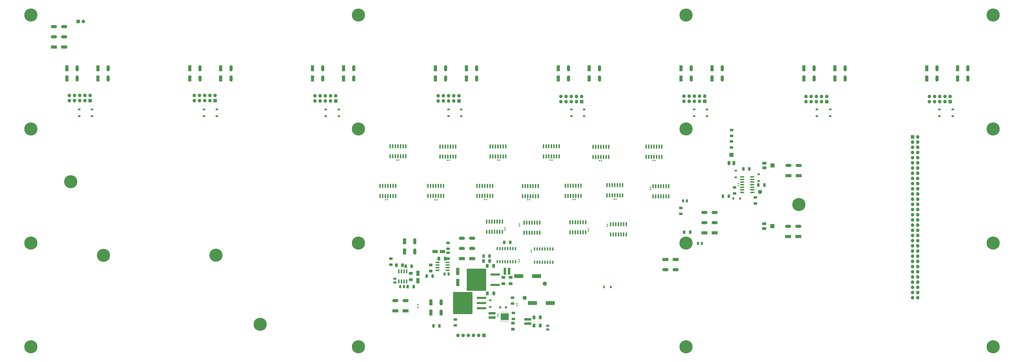
<source format=gbr>
%TF.GenerationSoftware,KiCad,Pcbnew,7.0.8*%
%TF.CreationDate,2023-11-16T11:59:51+01:00*%
%TF.ProjectId,main-board-rev1,6d61696e-2d62-46f6-9172-642d72657631,rev?*%
%TF.SameCoordinates,Original*%
%TF.FileFunction,Soldermask,Top*%
%TF.FilePolarity,Negative*%
%FSLAX46Y46*%
G04 Gerber Fmt 4.6, Leading zero omitted, Abs format (unit mm)*
G04 Created by KiCad (PCBNEW 7.0.8) date 2023-11-16 11:59:51*
%MOMM*%
%LPD*%
G01*
G04 APERTURE LIST*
G04 Aperture macros list*
%AMRoundRect*
0 Rectangle with rounded corners*
0 $1 Rounding radius*
0 $2 $3 $4 $5 $6 $7 $8 $9 X,Y pos of 4 corners*
0 Add a 4 corners polygon primitive as box body*
4,1,4,$2,$3,$4,$5,$6,$7,$8,$9,$2,$3,0*
0 Add four circle primitives for the rounded corners*
1,1,$1+$1,$2,$3*
1,1,$1+$1,$4,$5*
1,1,$1+$1,$6,$7*
1,1,$1+$1,$8,$9*
0 Add four rect primitives between the rounded corners*
20,1,$1+$1,$2,$3,$4,$5,0*
20,1,$1+$1,$4,$5,$6,$7,0*
20,1,$1+$1,$6,$7,$8,$9,0*
20,1,$1+$1,$8,$9,$2,$3,0*%
G04 Aperture macros list end*
%ADD10RoundRect,0.150000X0.150000X-0.825000X0.150000X0.825000X-0.150000X0.825000X-0.150000X-0.825000X0*%
%ADD11RoundRect,0.150000X-0.150000X0.825000X-0.150000X-0.825000X0.150000X-0.825000X0.150000X0.825000X0*%
%ADD12C,0.800000*%
%ADD13C,6.400000*%
%ADD14RoundRect,0.140000X0.140000X0.170000X-0.140000X0.170000X-0.140000X-0.170000X0.140000X-0.170000X0*%
%ADD15RoundRect,0.225000X0.375000X-0.225000X0.375000X0.225000X-0.375000X0.225000X-0.375000X-0.225000X0*%
%ADD16RoundRect,0.250000X-0.625000X0.312500X-0.625000X-0.312500X0.625000X-0.312500X0.625000X0.312500X0*%
%ADD17R,1.700000X1.700000*%
%ADD18O,1.700000X1.700000*%
%ADD19RoundRect,0.225000X0.225000X0.375000X-0.225000X0.375000X-0.225000X-0.375000X0.225000X-0.375000X0*%
%ADD20R,1.500000X3.000000*%
%ADD21O,1.500000X3.000000*%
%ADD22RoundRect,0.250001X-0.462499X-0.624999X0.462499X-0.624999X0.462499X0.624999X-0.462499X0.624999X0*%
%ADD23RoundRect,0.250000X0.475000X-0.250000X0.475000X0.250000X-0.475000X0.250000X-0.475000X-0.250000X0*%
%ADD24RoundRect,0.250000X2.050000X0.300000X-2.050000X0.300000X-2.050000X-0.300000X2.050000X-0.300000X0*%
%ADD25RoundRect,0.250002X4.449998X5.149998X-4.449998X5.149998X-4.449998X-5.149998X4.449998X-5.149998X0*%
%ADD26R,3.000000X1.500000*%
%ADD27O,3.000000X1.500000*%
%ADD28RoundRect,0.250000X-0.650000X0.412500X-0.650000X-0.412500X0.650000X-0.412500X0.650000X0.412500X0*%
%ADD29RoundRect,0.250000X1.050000X0.550000X-1.050000X0.550000X-1.050000X-0.550000X1.050000X-0.550000X0*%
%ADD30RoundRect,0.250000X-0.412500X-0.650000X0.412500X-0.650000X0.412500X0.650000X-0.412500X0.650000X0*%
%ADD31RoundRect,0.250000X0.412500X0.650000X-0.412500X0.650000X-0.412500X-0.650000X0.412500X-0.650000X0*%
%ADD32RoundRect,0.250000X0.312500X0.625000X-0.312500X0.625000X-0.312500X-0.625000X0.312500X-0.625000X0*%
%ADD33RoundRect,0.250000X-0.250000X-0.475000X0.250000X-0.475000X0.250000X0.475000X-0.250000X0.475000X0*%
%ADD34RoundRect,0.140000X-0.170000X0.140000X-0.170000X-0.140000X0.170000X-0.140000X0.170000X0.140000X0*%
%ADD35RoundRect,0.140000X-0.140000X-0.170000X0.140000X-0.170000X0.140000X0.170000X-0.140000X0.170000X0*%
%ADD36RoundRect,0.150000X-0.150000X0.650000X-0.150000X-0.650000X0.150000X-0.650000X0.150000X0.650000X0*%
%ADD37R,3.400000X1.300000*%
%ADD38RoundRect,0.140000X0.170000X-0.140000X0.170000X0.140000X-0.170000X0.140000X-0.170000X-0.140000X0*%
%ADD39RoundRect,0.250001X0.624999X-0.462499X0.624999X0.462499X-0.624999X0.462499X-0.624999X-0.462499X0*%
%ADD40RoundRect,0.250000X0.625000X-0.312500X0.625000X0.312500X-0.625000X0.312500X-0.625000X-0.312500X0*%
%ADD41R,1.300000X3.400000*%
%ADD42RoundRect,0.250000X-1.950000X-0.700000X1.950000X-0.700000X1.950000X0.700000X-1.950000X0.700000X0*%
%ADD43RoundRect,0.250000X0.750000X-0.400000X0.750000X0.400000X-0.750000X0.400000X-0.750000X-0.400000X0*%
%ADD44RoundRect,0.250000X0.750000X-0.750000X0.750000X0.750000X-0.750000X0.750000X-0.750000X-0.750000X0*%
%ADD45RoundRect,0.250000X-0.312500X-0.625000X0.312500X-0.625000X0.312500X0.625000X-0.312500X0.625000X0*%
%ADD46RoundRect,0.250000X0.400000X0.750000X-0.400000X0.750000X-0.400000X-0.750000X0.400000X-0.750000X0*%
%ADD47RoundRect,0.250000X0.750000X0.750000X-0.750000X0.750000X-0.750000X-0.750000X0.750000X-0.750000X0*%
%ADD48RoundRect,0.150000X0.825000X0.150000X-0.825000X0.150000X-0.825000X-0.150000X0.825000X-0.150000X0*%
%ADD49C,2.000000*%
%ADD50RoundRect,0.225000X-0.225000X-0.375000X0.225000X-0.375000X0.225000X0.375000X-0.225000X0.375000X0*%
%ADD51RoundRect,0.250001X-0.624999X0.462499X-0.624999X-0.462499X0.624999X-0.462499X0.624999X0.462499X0*%
%ADD52RoundRect,0.250000X0.550000X-1.050000X0.550000X1.050000X-0.550000X1.050000X-0.550000X-1.050000X0*%
%ADD53RoundRect,0.225000X-0.375000X0.225000X-0.375000X-0.225000X0.375000X-0.225000X0.375000X0.225000X0*%
%ADD54RoundRect,0.150000X-0.825000X-0.150000X0.825000X-0.150000X0.825000X0.150000X-0.825000X0.150000X0*%
%ADD55R,0.250000X0.600000*%
%ADD56R,4.000000X3.200000*%
%ADD57RoundRect,0.250000X0.250000X0.475000X-0.250000X0.475000X-0.250000X-0.475000X0.250000X-0.475000X0*%
%ADD58RoundRect,0.250000X-0.300000X-0.300000X0.300000X-0.300000X0.300000X0.300000X-0.300000X0.300000X0*%
%ADD59RoundRect,0.250000X-0.475000X0.250000X-0.475000X-0.250000X0.475000X-0.250000X0.475000X0.250000X0*%
%ADD60RoundRect,0.150000X0.150000X-0.650000X0.150000X0.650000X-0.150000X0.650000X-0.150000X-0.650000X0*%
%ADD61RoundRect,0.150000X0.200000X-0.150000X0.200000X0.150000X-0.200000X0.150000X-0.200000X-0.150000X0*%
%ADD62RoundRect,0.250000X-0.550000X1.500000X-0.550000X-1.500000X0.550000X-1.500000X0.550000X1.500000X0*%
G04 APERTURE END LIST*
D10*
%TO.C,U409*%
X315060682Y-712998023D03*
X316330682Y-712998023D03*
X317600682Y-712998023D03*
X318870682Y-712998023D03*
X320140682Y-712998023D03*
X321410682Y-712998023D03*
X322680682Y-712998023D03*
X322680682Y-708048023D03*
X321410682Y-708048023D03*
X320140682Y-708048023D03*
X318870682Y-708048023D03*
X317600682Y-708048023D03*
X316330682Y-708048023D03*
X315060682Y-708048023D03*
%TD*%
D11*
%TO.C,U402*%
X361680682Y-745198023D03*
X360410682Y-745198023D03*
X359140682Y-745198023D03*
X357870682Y-745198023D03*
X356600682Y-745198023D03*
X355330682Y-745198023D03*
X354060682Y-745198023D03*
X354060682Y-750148023D03*
X355330682Y-750148023D03*
X356600682Y-750148023D03*
X357870682Y-750148023D03*
X359140682Y-750148023D03*
X360410682Y-750148023D03*
X361680682Y-750148023D03*
%TD*%
D12*
%TO.C,H108*%
X88300682Y-643708023D03*
X89003626Y-642010967D03*
X89003626Y-645405079D03*
X90700682Y-641308023D03*
D13*
X90700682Y-643708023D03*
D12*
X90700682Y-646108023D03*
X92397738Y-642010967D03*
X92397738Y-645405079D03*
X93100682Y-643708023D03*
%TD*%
D10*
%TO.C,U419*%
X391240682Y-713098023D03*
X392510682Y-713098023D03*
X393780682Y-713098023D03*
X395050682Y-713098023D03*
X396320682Y-713098023D03*
X397590682Y-713098023D03*
X398860682Y-713098023D03*
X398860682Y-708148023D03*
X397590682Y-708148023D03*
X396320682Y-708148023D03*
X395050682Y-708148023D03*
X393780682Y-708148023D03*
X392510682Y-708148023D03*
X391240682Y-708148023D03*
%TD*%
D14*
%TO.C,C403*%
X319670682Y-714748023D03*
X318710682Y-714748023D03*
%TD*%
D15*
%TO.C,D101*%
X114320682Y-693198023D03*
X114320682Y-689898023D03*
%TD*%
D12*
%TO.C,H108*%
X408300682Y-643708023D03*
X409003626Y-642010967D03*
X409003626Y-645405079D03*
X410700682Y-641308023D03*
D13*
X410700682Y-643708023D03*
D12*
X410700682Y-646108023D03*
X412397738Y-642010967D03*
X412397738Y-645405079D03*
X413100682Y-643708023D03*
%TD*%
D16*
%TO.C,R304*%
X408180682Y-738185523D03*
X408180682Y-741110523D03*
%TD*%
D15*
%TO.C,D110*%
X181520682Y-693198023D03*
X181520682Y-689898023D03*
%TD*%
D10*
%TO.C,U413*%
X284610682Y-732298023D03*
X285880682Y-732298023D03*
X287150682Y-732298023D03*
X288420682Y-732298023D03*
X289690682Y-732298023D03*
X290960682Y-732298023D03*
X292230682Y-732298023D03*
X292230682Y-727348023D03*
X290960682Y-727348023D03*
X289690682Y-727348023D03*
X288420682Y-727348023D03*
X287150682Y-727348023D03*
X285880682Y-727348023D03*
X284610682Y-727348023D03*
%TD*%
D17*
%TO.C,J105*%
X359720682Y-686088023D03*
D18*
X359720682Y-683548023D03*
X357180682Y-686088023D03*
X357180682Y-683548023D03*
X354640682Y-686088023D03*
X354640682Y-683548023D03*
X352100682Y-686088023D03*
X352100682Y-683548023D03*
X349560682Y-686088023D03*
X349560682Y-683548023D03*
%TD*%
D19*
%TO.C,D125*%
X437080682Y-733548023D03*
X433780682Y-733548023D03*
%TD*%
D15*
%TO.C,D109*%
X120520682Y-693198023D03*
X120520682Y-689898023D03*
%TD*%
D20*
%TO.C,J503*%
X363410682Y-669798023D03*
X363410682Y-674798023D03*
D21*
X368410682Y-669798023D03*
X368410682Y-674798023D03*
%TD*%
D12*
%TO.C,H108*%
X248300682Y-643708023D03*
X249003626Y-642010967D03*
X249003626Y-645405079D03*
X250700682Y-641308023D03*
D13*
X250700682Y-643708023D03*
D12*
X250700682Y-646108023D03*
X252397738Y-642010967D03*
X252397738Y-645405079D03*
X253100682Y-643708023D03*
%TD*%
D22*
%TO.C,D204*%
X311798182Y-764223023D03*
X314773182Y-764223023D03*
%TD*%
D23*
%TO.C,C205*%
X343160682Y-797748023D03*
X343160682Y-795848023D03*
%TD*%
D24*
%TO.C,U202*%
X317510682Y-775838023D03*
D25*
X308360682Y-773298023D03*
D24*
X317510682Y-770758023D03*
%TD*%
D26*
%TO.C,J120*%
X460580682Y-752135523D03*
X465580682Y-752135523D03*
D27*
X460580682Y-747135523D03*
X465580682Y-747135523D03*
%TD*%
D15*
%TO.C,D107*%
X474620682Y-693198023D03*
X474620682Y-689898023D03*
%TD*%
D14*
%TO.C,C410*%
X289160682Y-734174689D03*
X288200682Y-734174689D03*
%TD*%
D28*
%TO.C,C209*%
X321485682Y-772173023D03*
X321485682Y-775298023D03*
%TD*%
D17*
%TO.C,J104*%
X299780682Y-685788023D03*
D18*
X299780682Y-683248023D03*
X297240682Y-685788023D03*
X297240682Y-683248023D03*
X294700682Y-685788023D03*
X294700682Y-683248023D03*
X292160682Y-685788023D03*
X292160682Y-683248023D03*
X289620682Y-685788023D03*
X289620682Y-683248023D03*
%TD*%
D24*
%TO.C,Q201*%
X310810682Y-787263023D03*
X310810682Y-784723023D03*
D25*
X301660682Y-784723023D03*
D24*
X310810682Y-782183023D03*
%TD*%
D11*
%TO.C,U405*%
X320980682Y-744898023D03*
X319710682Y-744898023D03*
X318440682Y-744898023D03*
X317170682Y-744898023D03*
X315900682Y-744898023D03*
X314630682Y-744898023D03*
X313360682Y-744898023D03*
X313360682Y-749848023D03*
X314630682Y-749848023D03*
X315900682Y-749848023D03*
X317170682Y-749848023D03*
X318440682Y-749848023D03*
X319710682Y-749848023D03*
X320980682Y-749848023D03*
%TD*%
D26*
%TO.C,J202*%
X101890682Y-659358023D03*
X106890682Y-659358023D03*
D27*
X101890682Y-654358023D03*
X106890682Y-654358023D03*
X101890682Y-649358023D03*
X106890682Y-649358023D03*
%TD*%
D12*
%TO.C,H108*%
X408300682Y-699541356D03*
X409003626Y-697844300D03*
X409003626Y-701238412D03*
X410700682Y-697141356D03*
D13*
X410700682Y-699541356D03*
D12*
X410700682Y-701941356D03*
X412397738Y-697844300D03*
X412397738Y-701238412D03*
X413100682Y-699541356D03*
%TD*%
D29*
%TO.C,C303*%
X291735682Y-759510523D03*
X288135682Y-759510523D03*
%TD*%
D30*
%TO.C,C207*%
X336410682Y-791798023D03*
X339535682Y-791798023D03*
%TD*%
D31*
%TO.C,C202*%
X316798182Y-780048023D03*
X313673182Y-780048023D03*
%TD*%
D17*
%TO.C,J1*%
X311980682Y-800574689D03*
D18*
X309440682Y-800574689D03*
X306900682Y-800574689D03*
X304360682Y-800574689D03*
X301820682Y-800574689D03*
X299280682Y-800574689D03*
%TD*%
D15*
%TO.C,D105*%
X354720682Y-693198023D03*
X354720682Y-689898023D03*
%TD*%
%TO.C,D102*%
X175220682Y-693198023D03*
X175220682Y-689898023D03*
%TD*%
D30*
%TO.C,C206*%
X336410682Y-795798023D03*
X339535682Y-795798023D03*
%TD*%
D20*
%TO.C,J503*%
X423410682Y-669798023D03*
X423410682Y-674798023D03*
D21*
X428410682Y-669798023D03*
X428410682Y-674798023D03*
%TD*%
D20*
%TO.C,J504*%
X528260682Y-669798023D03*
X528260682Y-674798023D03*
D21*
X533260682Y-669798023D03*
X533260682Y-674798023D03*
%TD*%
D32*
%TO.C,R201*%
X290235682Y-795948023D03*
X287310682Y-795948023D03*
%TD*%
D12*
%TO.C,H108*%
X248300682Y-806208023D03*
X249003626Y-804510967D03*
X249003626Y-807905079D03*
X250700682Y-803808023D03*
D13*
X250700682Y-806208023D03*
D12*
X250700682Y-808608023D03*
X252397738Y-804510967D03*
X252397738Y-807905079D03*
X253100682Y-806208023D03*
%TD*%
D20*
%TO.C,J503*%
X543410682Y-669798023D03*
X543410682Y-674798023D03*
D21*
X548410682Y-669798023D03*
X548410682Y-674798023D03*
%TD*%
D12*
%TO.C,H108*%
X408300682Y-755374689D03*
X409003626Y-753677633D03*
X409003626Y-757071745D03*
X410700682Y-752974689D03*
D13*
X410700682Y-755374689D03*
D12*
X410700682Y-757774689D03*
X412397738Y-753677633D03*
X412397738Y-757071745D03*
X413100682Y-755374689D03*
%TD*%
D15*
%TO.C,D126*%
X446180682Y-724948023D03*
X446180682Y-721648023D03*
%TD*%
%TO.C,D112*%
X300920682Y-693198023D03*
X300920682Y-689898023D03*
%TD*%
D33*
%TO.C,C306*%
X416520682Y-755578023D03*
X418420682Y-755578023D03*
%TD*%
D32*
%TO.C,R103*%
X441630682Y-719098023D03*
X438705682Y-719098023D03*
%TD*%
D14*
%TO.C,C419*%
X395520682Y-714948023D03*
X394560682Y-714948023D03*
%TD*%
D20*
%TO.C,SW201*%
X286085682Y-784448023D03*
X286085682Y-789448023D03*
D21*
X291085682Y-784448023D03*
X291085682Y-789448023D03*
%TD*%
D34*
%TO.C,C201*%
X328160682Y-785150523D03*
X328160682Y-786110523D03*
%TD*%
D14*
%TO.C,C415*%
X270320682Y-714748023D03*
X269360682Y-714748023D03*
%TD*%
D31*
%TO.C,C204*%
X316748182Y-766548023D03*
X313623182Y-766548023D03*
%TD*%
D15*
%TO.C,D103*%
X234720682Y-693198023D03*
X234720682Y-689898023D03*
%TD*%
D17*
%TO.C,J117*%
X521380682Y-703378023D03*
D18*
X523920682Y-703378023D03*
X521380682Y-705918023D03*
X523920682Y-705918023D03*
X521380682Y-708458023D03*
X523920682Y-708458023D03*
X521380682Y-710998023D03*
X523920682Y-710998023D03*
X521380682Y-713538023D03*
X523920682Y-713538023D03*
X521380682Y-716078023D03*
X523920682Y-716078023D03*
X521380682Y-718618023D03*
X523920682Y-718618023D03*
X521380682Y-721158023D03*
X523920682Y-721158023D03*
X521380682Y-723698023D03*
X523920682Y-723698023D03*
X521380682Y-726238023D03*
X523920682Y-726238023D03*
X521380682Y-728778023D03*
X523920682Y-728778023D03*
X521380682Y-731318023D03*
X523920682Y-731318023D03*
X521380682Y-733858023D03*
X523920682Y-733858023D03*
X521380682Y-736398023D03*
X523920682Y-736398023D03*
X521380682Y-738938023D03*
X523920682Y-738938023D03*
X521380682Y-741478023D03*
X523920682Y-741478023D03*
X521380682Y-744018023D03*
X523920682Y-744018023D03*
X521380682Y-746558023D03*
X523920682Y-746558023D03*
X521380682Y-749098023D03*
X523920682Y-749098023D03*
X521380682Y-751638023D03*
X523920682Y-751638023D03*
X521380682Y-754178023D03*
X523920682Y-754178023D03*
X521380682Y-756718023D03*
X523920682Y-756718023D03*
X521380682Y-759258023D03*
X523920682Y-759258023D03*
X521380682Y-761798023D03*
X523920682Y-761798023D03*
X521380682Y-764338023D03*
X523920682Y-764338023D03*
X521380682Y-766878023D03*
X523920682Y-766878023D03*
X521380682Y-769418023D03*
X523920682Y-769418023D03*
X521380682Y-771958023D03*
X523920682Y-771958023D03*
X521380682Y-774498023D03*
X523920682Y-774498023D03*
X521380682Y-777038023D03*
X523920682Y-777038023D03*
X521380682Y-779578023D03*
X523920682Y-779578023D03*
X521380682Y-782118023D03*
X523920682Y-782118023D03*
%TD*%
D30*
%TO.C,C304*%
X289973182Y-763010523D03*
X293098182Y-763010523D03*
%TD*%
D20*
%TO.C,SW302*%
X273225682Y-754500523D03*
X273225682Y-759500523D03*
D21*
X278225682Y-754500523D03*
X278225682Y-759500523D03*
%TD*%
D35*
%TO.C,C416*%
X333300682Y-734148023D03*
X334260682Y-734148023D03*
%TD*%
D16*
%TO.C,R106*%
X434430682Y-728123023D03*
X434430682Y-731048023D03*
%TD*%
D20*
%TO.C,J503*%
X483410682Y-669798023D03*
X483410682Y-674798023D03*
D21*
X488410682Y-669798023D03*
X488410682Y-674798023D03*
%TD*%
D10*
%TO.C,U407*%
X373850682Y-751123023D03*
X375120682Y-751123023D03*
X376390682Y-751123023D03*
X377660682Y-751123023D03*
X378930682Y-751123023D03*
X380200682Y-751123023D03*
X381470682Y-751123023D03*
X381470682Y-746173023D03*
X380200682Y-746173023D03*
X378930682Y-746173023D03*
X377660682Y-746173023D03*
X376390682Y-746173023D03*
X375120682Y-746173023D03*
X373850682Y-746173023D03*
%TD*%
D36*
%TO.C,U404*%
X327430682Y-758048023D03*
X326160682Y-758048023D03*
X324890682Y-758048023D03*
X323620682Y-758048023D03*
X322350682Y-758048023D03*
X321080682Y-758048023D03*
X319810682Y-758048023D03*
X318540682Y-758048023D03*
X318540682Y-764548023D03*
X319810682Y-764548023D03*
X321080682Y-764548023D03*
X322350682Y-764548023D03*
X323620682Y-764548023D03*
X324890682Y-764548023D03*
X326160682Y-764548023D03*
X327430682Y-764548023D03*
%TD*%
D14*
%TO.C,C404*%
X376490682Y-733848023D03*
X375530682Y-733848023D03*
%TD*%
D34*
%TO.C,C405*%
X393260682Y-728038023D03*
X393260682Y-728998023D03*
%TD*%
D37*
%TO.C,L201*%
X315985682Y-789760523D03*
X315985682Y-791860523D03*
%TD*%
D15*
%TO.C,D135*%
X435000682Y-723174689D03*
X435000682Y-719874689D03*
%TD*%
D12*
%TO.C,H108*%
X408300682Y-806208023D03*
X409003626Y-804510967D03*
X409003626Y-807905079D03*
X410700682Y-803808023D03*
D13*
X410700682Y-806208023D03*
D12*
X410700682Y-808608023D03*
X412397738Y-804510967D03*
X412397738Y-807905079D03*
X413100682Y-806208023D03*
%TD*%
D28*
%TO.C,C210*%
X324985682Y-772173023D03*
X324985682Y-775298023D03*
%TD*%
D15*
%TO.C,D104*%
X294720682Y-693198023D03*
X294720682Y-689898023D03*
%TD*%
D38*
%TO.C,C402*%
X335160682Y-759778023D03*
X335160682Y-758818023D03*
%TD*%
D15*
%TO.C,D115*%
X481120682Y-693198023D03*
X481120682Y-689898023D03*
%TD*%
D12*
%TO.C,H108*%
X558300682Y-806208023D03*
X559003626Y-804510967D03*
X559003626Y-807905079D03*
X560700682Y-803808023D03*
D13*
X560700682Y-806208023D03*
D12*
X560700682Y-808608023D03*
X562397738Y-804510967D03*
X562397738Y-807905079D03*
X563100682Y-806208023D03*
%TD*%
D35*
%TO.C,C409*%
X344330682Y-714748023D03*
X345290682Y-714748023D03*
%TD*%
D17*
%TO.C,J103*%
X239620682Y-685748023D03*
D18*
X239620682Y-683208023D03*
X237080682Y-685748023D03*
X237080682Y-683208023D03*
X234540682Y-685748023D03*
X234540682Y-683208023D03*
X232000682Y-685748023D03*
X232000682Y-683208023D03*
X229460682Y-685748023D03*
X229460682Y-683208023D03*
%TD*%
D20*
%TO.C,J504*%
X288260682Y-669798023D03*
X288260682Y-674798023D03*
D21*
X293260682Y-669798023D03*
X293260682Y-674798023D03*
%TD*%
D39*
%TO.C,D301*%
X286000000Y-769137500D03*
X286000000Y-766162500D03*
%TD*%
D12*
%TO.C,H407*%
X107770682Y-725298023D03*
X108473626Y-723600967D03*
X108473626Y-726995079D03*
X110170682Y-722898023D03*
D13*
X110170682Y-725298023D03*
D12*
X110170682Y-727698023D03*
X111867738Y-723600967D03*
X111867738Y-726995079D03*
X112570682Y-725298023D03*
%TD*%
D17*
%TO.C,J102*%
X180620682Y-685648023D03*
D18*
X180620682Y-683108023D03*
X178080682Y-685648023D03*
X178080682Y-683108023D03*
X175540682Y-685648023D03*
X175540682Y-683108023D03*
X173000682Y-685648023D03*
X173000682Y-683108023D03*
X170460682Y-685648023D03*
X170460682Y-683108023D03*
%TD*%
D12*
%TO.C,H108*%
X88300682Y-699541356D03*
X89003626Y-697844300D03*
X89003626Y-701238412D03*
X90700682Y-697141356D03*
D13*
X90700682Y-699541356D03*
D12*
X90700682Y-701941356D03*
X92397738Y-697844300D03*
X92397738Y-701238412D03*
X93100682Y-699541356D03*
%TD*%
D14*
%TO.C,C412*%
X295070682Y-714848023D03*
X294110682Y-714848023D03*
%TD*%
D32*
%TO.C,R101*%
X448963182Y-726974689D03*
X446038182Y-726974689D03*
%TD*%
D20*
%TO.C,J503*%
X123410682Y-669798023D03*
X123410682Y-674798023D03*
D21*
X128410682Y-669798023D03*
X128410682Y-674798023D03*
%TD*%
D15*
%TO.C,D113*%
X360920682Y-693198023D03*
X360920682Y-689898023D03*
%TD*%
D12*
%TO.C,H108*%
X248300682Y-755374689D03*
X249003626Y-753677633D03*
X249003626Y-757071745D03*
X250700682Y-752974689D03*
D13*
X250700682Y-755374689D03*
D12*
X250700682Y-757774689D03*
X252397738Y-753677633D03*
X252397738Y-757071745D03*
X253100682Y-755374689D03*
%TD*%
D40*
%TO.C,R107*%
X444580682Y-735985523D03*
X444580682Y-733060523D03*
%TD*%
D38*
%TO.C,C1*%
X436300682Y-727234689D03*
X436300682Y-726274689D03*
%TD*%
D41*
%TO.C,L203*%
X322185682Y-769173023D03*
X324285682Y-769173023D03*
%TD*%
D42*
%TO.C,C211*%
X328985682Y-771548023D03*
X337685682Y-771548023D03*
%TD*%
D43*
%TO.C,RV102*%
X448980682Y-718548023D03*
D44*
X452980682Y-717398023D03*
D43*
X448980682Y-716248023D03*
%TD*%
%TO.C,RV103*%
X448880682Y-748235523D03*
D44*
X452880682Y-747085523D03*
D43*
X448880682Y-745935523D03*
%TD*%
D12*
%TO.C,H405*%
X200270682Y-795198023D03*
X200973626Y-793500967D03*
X200973626Y-796895079D03*
X202670682Y-792798023D03*
D13*
X202670682Y-795198023D03*
D12*
X202670682Y-797598023D03*
X204367738Y-793500967D03*
X204367738Y-796895079D03*
X205070682Y-795198023D03*
%TD*%
D45*
%TO.C,R306*%
X273773182Y-766698023D03*
X276698182Y-766698023D03*
%TD*%
D38*
%TO.C,C414*%
X322260682Y-748958023D03*
X322260682Y-747998023D03*
%TD*%
D46*
%TO.C,RV101*%
X434030682Y-716185523D03*
D47*
X432880682Y-712185523D03*
D46*
X431730682Y-716185523D03*
%TD*%
D12*
%TO.C,H108*%
X88300682Y-806208023D03*
X89003626Y-804510967D03*
X89003626Y-807905079D03*
X90700682Y-803808023D03*
D13*
X90700682Y-806208023D03*
D12*
X90700682Y-808608023D03*
X92397738Y-804510967D03*
X92397738Y-807905079D03*
X93100682Y-806208023D03*
%TD*%
D10*
%TO.C,U414*%
X290540682Y-713048023D03*
X291810682Y-713048023D03*
X293080682Y-713048023D03*
X294350682Y-713048023D03*
X295620682Y-713048023D03*
X296890682Y-713048023D03*
X298160682Y-713048023D03*
X298160682Y-708098023D03*
X296890682Y-708098023D03*
X295620682Y-708098023D03*
X294350682Y-708098023D03*
X293080682Y-708098023D03*
X291810682Y-708098023D03*
X290540682Y-708098023D03*
%TD*%
D17*
%TO.C,J107*%
X479420682Y-686148023D03*
D18*
X479420682Y-683608023D03*
X476880682Y-686148023D03*
X476880682Y-683608023D03*
X474340682Y-686148023D03*
X474340682Y-683608023D03*
X471800682Y-686148023D03*
X471800682Y-683608023D03*
X469260682Y-686148023D03*
X469260682Y-683608023D03*
%TD*%
D33*
%TO.C,C301*%
X292785682Y-770510523D03*
X294685682Y-770510523D03*
%TD*%
D48*
%TO.C,U2*%
X443050682Y-730594689D03*
X443050682Y-729324689D03*
X443050682Y-728054689D03*
X443050682Y-726784689D03*
X443050682Y-725514689D03*
X443050682Y-724244689D03*
X443050682Y-722974689D03*
X438100682Y-722974689D03*
X438100682Y-724244689D03*
X438100682Y-725514689D03*
X438100682Y-726784689D03*
X438100682Y-728054689D03*
X438100682Y-729324689D03*
X438100682Y-730594689D03*
%TD*%
D35*
%TO.C,C413*%
X263900682Y-734098023D03*
X264860682Y-734098023D03*
%TD*%
D10*
%TO.C,U418*%
X351810682Y-732248023D03*
X353080682Y-732248023D03*
X354350682Y-732248023D03*
X355620682Y-732248023D03*
X356890682Y-732248023D03*
X358160682Y-732248023D03*
X359430682Y-732248023D03*
X359430682Y-727298023D03*
X358160682Y-727298023D03*
X356890682Y-727298023D03*
X355620682Y-727298023D03*
X354350682Y-727298023D03*
X353080682Y-727298023D03*
X351810682Y-727298023D03*
%TD*%
D49*
%TO.C,TP401*%
X446830682Y-730298023D03*
%TD*%
D50*
%TO.C,D401*%
X370625682Y-776900523D03*
X373925682Y-776900523D03*
%TD*%
D32*
%TO.C,R105*%
X431643182Y-732398023D03*
X428718182Y-732398023D03*
%TD*%
D20*
%TO.C,J504*%
X408260682Y-669798023D03*
X408260682Y-674798023D03*
D21*
X413260682Y-669798023D03*
X413260682Y-674798023D03*
%TD*%
D32*
%TO.C,R401*%
X324818182Y-755063023D03*
X321893182Y-755063023D03*
%TD*%
D16*
%TO.C,R205*%
X326410682Y-789585523D03*
X326410682Y-792510523D03*
%TD*%
D51*
%TO.C,D205*%
X326160682Y-794560523D03*
X326160682Y-797535523D03*
%TD*%
D10*
%TO.C,U417*%
X330890682Y-732398023D03*
X332160682Y-732398023D03*
X333430682Y-732398023D03*
X334700682Y-732398023D03*
X335970682Y-732398023D03*
X337240682Y-732398023D03*
X338510682Y-732398023D03*
X338510682Y-727448023D03*
X337240682Y-727448023D03*
X335970682Y-727448023D03*
X334700682Y-727448023D03*
X333430682Y-727448023D03*
X332160682Y-727448023D03*
X330890682Y-727448023D03*
%TD*%
%TO.C,U408*%
X372050682Y-731998023D03*
X373320682Y-731998023D03*
X374590682Y-731998023D03*
X375860682Y-731998023D03*
X377130682Y-731998023D03*
X378400682Y-731998023D03*
X379670682Y-731998023D03*
X379670682Y-727048023D03*
X378400682Y-727048023D03*
X377130682Y-727048023D03*
X375860682Y-727048023D03*
X374590682Y-727048023D03*
X373320682Y-727048023D03*
X372050682Y-727048023D03*
%TD*%
D35*
%TO.C,C406*%
X368450682Y-714998023D03*
X369410682Y-714998023D03*
%TD*%
D10*
%TO.C,U416*%
X266140682Y-712898023D03*
X267410682Y-712898023D03*
X268680682Y-712898023D03*
X269950682Y-712898023D03*
X271220682Y-712898023D03*
X272490682Y-712898023D03*
X273760682Y-712898023D03*
X273760682Y-707948023D03*
X272490682Y-707948023D03*
X271220682Y-707948023D03*
X269950682Y-707948023D03*
X268680682Y-707948023D03*
X267410682Y-707948023D03*
X266140682Y-707948023D03*
%TD*%
D32*
%TO.C,R204*%
X314710682Y-761723023D03*
X311785682Y-761723023D03*
%TD*%
D33*
%TO.C,C305*%
X409230682Y-734698023D03*
X411130682Y-734698023D03*
%TD*%
D38*
%TO.C,C401*%
X329160682Y-764528023D03*
X329160682Y-763568023D03*
%TD*%
D37*
%TO.C,L202*%
X333410682Y-794848023D03*
X333410682Y-792748023D03*
%TD*%
D17*
%TO.C,J101*%
X119620682Y-685648023D03*
D18*
X119620682Y-683108023D03*
X117080682Y-685648023D03*
X117080682Y-683108023D03*
X114540682Y-685648023D03*
X114540682Y-683108023D03*
X112000682Y-685648023D03*
X112000682Y-683108023D03*
X109460682Y-685648023D03*
X109460682Y-683108023D03*
%TD*%
D15*
%TO.C,D106*%
X414720682Y-693198023D03*
X414720682Y-689898023D03*
%TD*%
%TO.C,D111*%
X241120682Y-693198023D03*
X241120682Y-689898023D03*
%TD*%
D20*
%TO.C,J503*%
X183410682Y-669798023D03*
X183410682Y-674798023D03*
D21*
X188410682Y-669798023D03*
X188410682Y-674798023D03*
%TD*%
D20*
%TO.C,J503*%
X303410682Y-669798023D03*
X303410682Y-674798023D03*
D21*
X308410682Y-669798023D03*
X308410682Y-674798023D03*
%TD*%
D20*
%TO.C,J504*%
X168260682Y-669798023D03*
X168260682Y-674798023D03*
D21*
X173260682Y-669798023D03*
X173260682Y-674798023D03*
%TD*%
D12*
%TO.C,H108*%
X558300682Y-755374689D03*
X559003626Y-753677633D03*
X559003626Y-757071745D03*
X560700682Y-752974689D03*
D13*
X560700682Y-755374689D03*
D12*
X560700682Y-757774689D03*
X562397738Y-753677633D03*
X562397738Y-757071745D03*
X563100682Y-755374689D03*
%TD*%
D26*
%TO.C,J201*%
X268735682Y-788598023D03*
X273735682Y-788598023D03*
D27*
X268735682Y-783598023D03*
X273735682Y-783598023D03*
%TD*%
D52*
%TO.C,C308*%
X279735682Y-773798023D03*
X279735682Y-770198023D03*
%TD*%
D53*
%TO.C,D202*%
X314985682Y-783398023D03*
X314985682Y-786698023D03*
%TD*%
D12*
%TO.C,H110*%
X463383626Y-736521800D03*
X464086570Y-734824744D03*
X464086570Y-738218856D03*
X465783626Y-734121800D03*
D13*
X465783626Y-736521800D03*
D12*
X465783626Y-738921800D03*
X467480682Y-734824744D03*
X467480682Y-738218856D03*
X468183626Y-736521800D03*
%TD*%
D42*
%TO.C,C208*%
X335685682Y-784798023D03*
X344385682Y-784798023D03*
%TD*%
D28*
%TO.C,C309*%
X276235682Y-770185523D03*
X276235682Y-773310523D03*
%TD*%
D12*
%TO.C,H102*%
X123717711Y-761375658D03*
X124420655Y-759678602D03*
X124420655Y-763072714D03*
X126117711Y-758975658D03*
D13*
X126117711Y-761375658D03*
D12*
X126117711Y-763775658D03*
X127814767Y-759678602D03*
X127814767Y-763072714D03*
X128517711Y-761375658D03*
%TD*%
D16*
%TO.C,R307*%
X266550000Y-763037500D03*
X266550000Y-765962500D03*
%TD*%
D49*
%TO.C,TP204*%
X341660682Y-775298023D03*
%TD*%
D17*
%TO.C,J108*%
X539700682Y-686148023D03*
D18*
X539700682Y-683608023D03*
X537160682Y-686148023D03*
X537160682Y-683608023D03*
X534620682Y-686148023D03*
X534620682Y-683608023D03*
X532080682Y-686148023D03*
X532080682Y-683608023D03*
X529540682Y-686148023D03*
X529540682Y-683608023D03*
%TD*%
D12*
%TO.C,H408*%
X178670682Y-761298023D03*
X179373626Y-759600967D03*
X179373626Y-762995079D03*
X181070682Y-758898023D03*
D13*
X181070682Y-761298023D03*
D12*
X181070682Y-763698023D03*
X182767738Y-759600967D03*
X182767738Y-762995079D03*
X183470682Y-761298023D03*
%TD*%
D26*
%TO.C,SW301*%
X419680682Y-750368023D03*
X424680682Y-750368023D03*
D27*
X419680682Y-745368023D03*
X424680682Y-745368023D03*
X419680682Y-740368023D03*
X424680682Y-740368023D03*
%TD*%
D12*
%TO.C,H108*%
X88300682Y-755374689D03*
X89003626Y-753677633D03*
X89003626Y-757071745D03*
X90700682Y-752974689D03*
D13*
X90700682Y-755374689D03*
D12*
X90700682Y-757774689D03*
X92397738Y-753677633D03*
X92397738Y-757071745D03*
X93100682Y-755374689D03*
%TD*%
D32*
%TO.C,R305*%
X412725682Y-750038023D03*
X409800682Y-750038023D03*
%TD*%
D10*
%TO.C,U412*%
X341090682Y-712948023D03*
X342360682Y-712948023D03*
X343630682Y-712948023D03*
X344900682Y-712948023D03*
X346170682Y-712948023D03*
X347440682Y-712948023D03*
X348710682Y-712948023D03*
X348710682Y-707998023D03*
X347440682Y-707998023D03*
X346170682Y-707998023D03*
X344900682Y-707998023D03*
X343630682Y-707998023D03*
X342360682Y-707998023D03*
X341090682Y-707998023D03*
%TD*%
D26*
%TO.C,RV301*%
X301235682Y-763010523D03*
X306235682Y-763010523D03*
D27*
X301235682Y-758010523D03*
X306235682Y-758010523D03*
X301235682Y-753010523D03*
X306235682Y-753010523D03*
%TD*%
D40*
%TO.C,R303*%
X294485682Y-763010523D03*
X294485682Y-760085523D03*
%TD*%
D22*
%TO.C,D302*%
X269248182Y-766198023D03*
X272223182Y-766198023D03*
%TD*%
D20*
%TO.C,J504*%
X108260682Y-669798023D03*
X108260682Y-674798023D03*
D21*
X113260682Y-669798023D03*
X113260682Y-674798023D03*
%TD*%
D34*
%TO.C,C417*%
X372300682Y-746214689D03*
X372300682Y-747174689D03*
%TD*%
D54*
%TO.C,U301*%
X289260682Y-764855523D03*
X289260682Y-766125523D03*
X289260682Y-767395523D03*
X289260682Y-768665523D03*
X294210682Y-768665523D03*
X294210682Y-767395523D03*
X294210682Y-766125523D03*
X294210682Y-764855523D03*
%TD*%
D14*
%TO.C,C418*%
X356520682Y-734048023D03*
X355560682Y-734048023D03*
%TD*%
D49*
%TO.C,TP203*%
X331910682Y-782223023D03*
%TD*%
D20*
%TO.C,J504*%
X228260682Y-669798023D03*
X228260682Y-674798023D03*
D21*
X233260682Y-669798023D03*
X233260682Y-674798023D03*
%TD*%
D12*
%TO.C,H108*%
X558300682Y-643708023D03*
X559003626Y-642010967D03*
X559003626Y-645405079D03*
X560700682Y-641308023D03*
D13*
X560700682Y-643708023D03*
D12*
X560700682Y-646108023D03*
X562397738Y-642010967D03*
X562397738Y-645405079D03*
X563100682Y-643708023D03*
%TD*%
D40*
%TO.C,R104*%
X432880682Y-708548023D03*
X432880682Y-705623023D03*
%TD*%
D26*
%TO.C,J119*%
X460730682Y-722398023D03*
X465730682Y-722398023D03*
D27*
X460730682Y-717398023D03*
X465730682Y-717398023D03*
%TD*%
D55*
%TO.C,U201*%
X320310682Y-793648023D03*
X320810682Y-793648023D03*
X321310682Y-793648023D03*
X321810682Y-793648023D03*
X322310682Y-793648023D03*
X322810682Y-793648023D03*
X323310682Y-793648023D03*
X323810682Y-793648023D03*
X323810682Y-789248023D03*
X323310682Y-789248023D03*
X322810682Y-789248023D03*
X322310682Y-789248023D03*
X321810682Y-789248023D03*
X321310682Y-789248023D03*
X320810682Y-789248023D03*
X320310682Y-789248023D03*
D56*
X322110682Y-791448023D03*
%TD*%
D16*
%TO.C,R202*%
X297985682Y-792773023D03*
X297985682Y-795698023D03*
%TD*%
D10*
%TO.C,U415*%
X261270682Y-732348023D03*
X262540682Y-732348023D03*
X263810682Y-732348023D03*
X265080682Y-732348023D03*
X266350682Y-732348023D03*
X267620682Y-732348023D03*
X268890682Y-732348023D03*
X268890682Y-727398023D03*
X267620682Y-727398023D03*
X266350682Y-727398023D03*
X265080682Y-727398023D03*
X263810682Y-727398023D03*
X262540682Y-727398023D03*
X261270682Y-727398023D03*
%TD*%
D38*
%TO.C,C408*%
X363010682Y-749528023D03*
X363010682Y-748568023D03*
%TD*%
D12*
%TO.C,H108*%
X558300682Y-699541356D03*
X559003626Y-697844300D03*
X559003626Y-701238412D03*
X560700682Y-697141356D03*
D13*
X560700682Y-699541356D03*
D12*
X560700682Y-701941356D03*
X562397738Y-697844300D03*
X562397738Y-701238412D03*
X563100682Y-699541356D03*
%TD*%
D15*
%TO.C,D114*%
X420920682Y-693198023D03*
X420920682Y-689898023D03*
%TD*%
D10*
%TO.C,U410*%
X365360682Y-713198023D03*
X366630682Y-713198023D03*
X367900682Y-713198023D03*
X369170682Y-713198023D03*
X370440682Y-713198023D03*
X371710682Y-713198023D03*
X372980682Y-713198023D03*
X372980682Y-708248023D03*
X371710682Y-708248023D03*
X370440682Y-708248023D03*
X369170682Y-708248023D03*
X367900682Y-708248023D03*
X366630682Y-708248023D03*
X365360682Y-708248023D03*
%TD*%
%TO.C,U401*%
X394640682Y-732498023D03*
X395910682Y-732498023D03*
X397180682Y-732498023D03*
X398450682Y-732498023D03*
X399720682Y-732498023D03*
X400990682Y-732498023D03*
X402260682Y-732498023D03*
X402260682Y-727548023D03*
X400990682Y-727548023D03*
X399720682Y-727548023D03*
X398450682Y-727548023D03*
X397180682Y-727548023D03*
X395910682Y-727548023D03*
X394640682Y-727548023D03*
%TD*%
D57*
%TO.C,C310*%
X272985682Y-776698023D03*
X271085682Y-776698023D03*
%TD*%
D20*
%TO.C,J503*%
X243410682Y-669798023D03*
X243410682Y-674798023D03*
D21*
X248410682Y-669798023D03*
X248410682Y-674798023D03*
%TD*%
D20*
%TO.C,J504*%
X348260682Y-669798023D03*
X348260682Y-674798023D03*
D21*
X353260682Y-669798023D03*
X353260682Y-674798023D03*
%TD*%
D15*
%TO.C,D116*%
X541020682Y-693198023D03*
X541020682Y-689898023D03*
%TD*%
D12*
%TO.C,H108*%
X248300682Y-699541356D03*
X249003626Y-697844300D03*
X249003626Y-701238412D03*
X250700682Y-697141356D03*
D13*
X250700682Y-699541356D03*
D12*
X250700682Y-701941356D03*
X252397738Y-697844300D03*
X252397738Y-701238412D03*
X253100682Y-699541356D03*
%TD*%
D58*
%TO.C,D203*%
X319910682Y-786860523D03*
X322710682Y-786860523D03*
%TD*%
D59*
%TO.C,C307*%
X268485682Y-772798023D03*
X268485682Y-774698023D03*
%TD*%
D17*
%TO.C,J106*%
X419820682Y-685988023D03*
D18*
X419820682Y-683448023D03*
X417280682Y-685988023D03*
X417280682Y-683448023D03*
X414740682Y-685988023D03*
X414740682Y-683448023D03*
X412200682Y-685988023D03*
X412200682Y-683448023D03*
X409660682Y-685988023D03*
X409660682Y-683448023D03*
%TD*%
D26*
%TO.C,SW401*%
X405630682Y-763435523D03*
X400630682Y-763435523D03*
D27*
X405630682Y-768435523D03*
X400630682Y-768435523D03*
%TD*%
D40*
%TO.C,R302*%
X294485682Y-758185523D03*
X294485682Y-755260523D03*
%TD*%
D10*
%TO.C,U403*%
X331650682Y-750323023D03*
X332920682Y-750323023D03*
X334190682Y-750323023D03*
X335460682Y-750323023D03*
X336730682Y-750323023D03*
X338000682Y-750323023D03*
X339270682Y-750323023D03*
X339270682Y-745373023D03*
X338000682Y-745373023D03*
X336730682Y-745373023D03*
X335460682Y-745373023D03*
X334190682Y-745373023D03*
X332920682Y-745373023D03*
X331650682Y-745373023D03*
%TD*%
D34*
%TO.C,C411*%
X329260682Y-746068023D03*
X329260682Y-747028023D03*
%TD*%
D15*
%TO.C,D108*%
X534520682Y-693198023D03*
X534520682Y-689898023D03*
%TD*%
D38*
%TO.C,C203*%
X318735682Y-791110523D03*
X318735682Y-790150523D03*
%TD*%
D11*
%TO.C,U302*%
X274235682Y-769248023D03*
X272965682Y-769248023D03*
X271695682Y-769248023D03*
X270425682Y-769248023D03*
X270425682Y-774198023D03*
X271695682Y-774198023D03*
X272965682Y-774198023D03*
X274235682Y-774198023D03*
%TD*%
D45*
%TO.C,R308*%
X274735682Y-776698023D03*
X277660682Y-776698023D03*
%TD*%
D14*
%TO.C,C407*%
X313270682Y-734048023D03*
X312310682Y-734048023D03*
%TD*%
D45*
%TO.C,R301*%
X284023182Y-771510523D03*
X286948182Y-771510523D03*
%TD*%
D17*
%TO.C,JP201*%
X113775682Y-646808023D03*
D18*
X116315682Y-646808023D03*
%TD*%
D60*
%TO.C,U406*%
X336715682Y-764798023D03*
X337985682Y-764798023D03*
X339255682Y-764798023D03*
X340525682Y-764798023D03*
X341795682Y-764798023D03*
X343065682Y-764798023D03*
X344335682Y-764798023D03*
X345605682Y-764798023D03*
X345605682Y-758298023D03*
X344335682Y-758298023D03*
X343065682Y-758298023D03*
X341795682Y-758298023D03*
X340525682Y-758298023D03*
X339255682Y-758298023D03*
X337985682Y-758298023D03*
X336715682Y-758298023D03*
%TD*%
D20*
%TO.C,J504*%
X468260682Y-669798023D03*
X468260682Y-674798023D03*
D21*
X473260682Y-669798023D03*
X473260682Y-674798023D03*
%TD*%
D61*
%TO.C,D201*%
X279735682Y-785613023D03*
X279735682Y-787013023D03*
%TD*%
D62*
%TO.C,C302*%
X299235682Y-769260523D03*
X299235682Y-774660523D03*
%TD*%
D40*
%TO.C,R203*%
X325910682Y-785048023D03*
X325910682Y-782123023D03*
%TD*%
D10*
%TO.C,U411*%
X308630682Y-732274689D03*
X309900682Y-732274689D03*
X311170682Y-732274689D03*
X312440682Y-732274689D03*
X313710682Y-732274689D03*
X314980682Y-732274689D03*
X316250682Y-732274689D03*
X316250682Y-727324689D03*
X314980682Y-727324689D03*
X313710682Y-727324689D03*
X312440682Y-727324689D03*
X311170682Y-727324689D03*
X309900682Y-727324689D03*
X308630682Y-727324689D03*
%TD*%
D16*
%TO.C,R102*%
X432980682Y-699973023D03*
X432980682Y-702898023D03*
%TD*%
M02*

</source>
